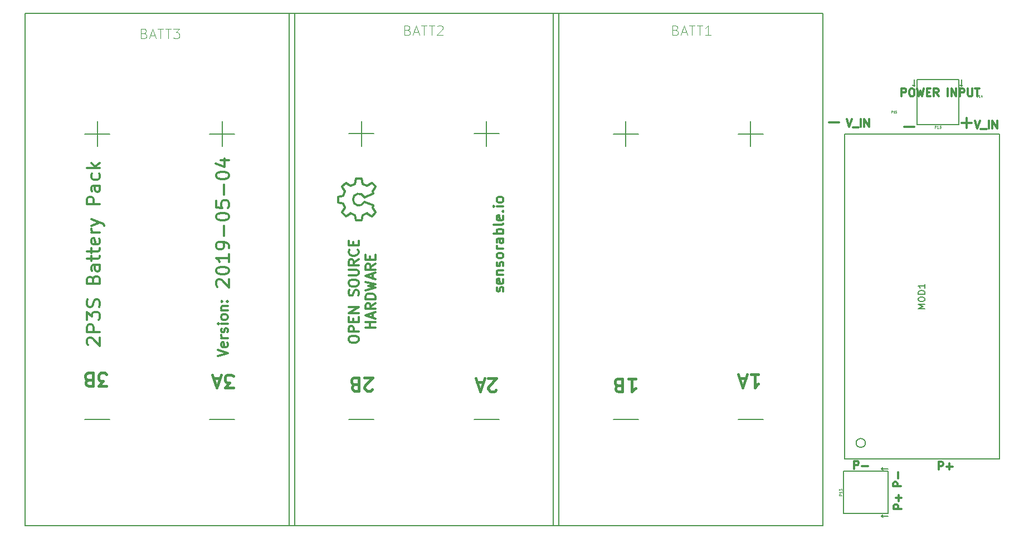
<source format=gto>
G04 #@! TF.GenerationSoftware,KiCad,Pcbnew,(5.0.2)-1*
G04 #@! TF.CreationDate,2019-05-03T13:20:24-04:00*
G04 #@! TF.ProjectId,2p3s-pwr-pack,32703373-2d70-4777-922d-7061636b2e6b,V1*
G04 #@! TF.SameCoordinates,Original*
G04 #@! TF.FileFunction,Legend,Top*
G04 #@! TF.FilePolarity,Positive*
%FSLAX46Y46*%
G04 Gerber Fmt 4.6, Leading zero omitted, Abs format (unit mm)*
G04 Created by KiCad (PCBNEW (5.0.2)-1) date 5/3/2019 1:20:24 PM*
%MOMM*%
%LPD*%
G01*
G04 APERTURE LIST*
%ADD10C,0.300000*%
%ADD11C,0.400000*%
%ADD12C,0.150000*%
%ADD13C,0.100000*%
%ADD14C,0.075000*%
G04 APERTURE END LIST*
D10*
X106679071Y-114339557D02*
X106679071Y-114053842D01*
X106750500Y-113910985D01*
X106893357Y-113768128D01*
X107179071Y-113696700D01*
X107679071Y-113696700D01*
X107964785Y-113768128D01*
X108107642Y-113910985D01*
X108179071Y-114053842D01*
X108179071Y-114339557D01*
X108107642Y-114482414D01*
X107964785Y-114625271D01*
X107679071Y-114696700D01*
X107179071Y-114696700D01*
X106893357Y-114625271D01*
X106750500Y-114482414D01*
X106679071Y-114339557D01*
X108179071Y-113053842D02*
X106679071Y-113053842D01*
X106679071Y-112482414D01*
X106750500Y-112339557D01*
X106821928Y-112268128D01*
X106964785Y-112196700D01*
X107179071Y-112196700D01*
X107321928Y-112268128D01*
X107393357Y-112339557D01*
X107464785Y-112482414D01*
X107464785Y-113053842D01*
X107393357Y-111553842D02*
X107393357Y-111053842D01*
X108179071Y-110839557D02*
X108179071Y-111553842D01*
X106679071Y-111553842D01*
X106679071Y-110839557D01*
X108179071Y-110196700D02*
X106679071Y-110196700D01*
X108179071Y-109339557D01*
X106679071Y-109339557D01*
X108107642Y-107553842D02*
X108179071Y-107339557D01*
X108179071Y-106982414D01*
X108107642Y-106839557D01*
X108036214Y-106768128D01*
X107893357Y-106696700D01*
X107750500Y-106696700D01*
X107607642Y-106768128D01*
X107536214Y-106839557D01*
X107464785Y-106982414D01*
X107393357Y-107268128D01*
X107321928Y-107410985D01*
X107250500Y-107482414D01*
X107107642Y-107553842D01*
X106964785Y-107553842D01*
X106821928Y-107482414D01*
X106750500Y-107410985D01*
X106679071Y-107268128D01*
X106679071Y-106910985D01*
X106750500Y-106696700D01*
X106679071Y-105768128D02*
X106679071Y-105482414D01*
X106750500Y-105339557D01*
X106893357Y-105196700D01*
X107179071Y-105125271D01*
X107679071Y-105125271D01*
X107964785Y-105196700D01*
X108107642Y-105339557D01*
X108179071Y-105482414D01*
X108179071Y-105768128D01*
X108107642Y-105910985D01*
X107964785Y-106053842D01*
X107679071Y-106125271D01*
X107179071Y-106125271D01*
X106893357Y-106053842D01*
X106750500Y-105910985D01*
X106679071Y-105768128D01*
X106679071Y-104482414D02*
X107893357Y-104482414D01*
X108036214Y-104410985D01*
X108107642Y-104339557D01*
X108179071Y-104196700D01*
X108179071Y-103910985D01*
X108107642Y-103768128D01*
X108036214Y-103696700D01*
X107893357Y-103625271D01*
X106679071Y-103625271D01*
X108179071Y-102053842D02*
X107464785Y-102553842D01*
X108179071Y-102910985D02*
X106679071Y-102910985D01*
X106679071Y-102339557D01*
X106750500Y-102196700D01*
X106821928Y-102125271D01*
X106964785Y-102053842D01*
X107179071Y-102053842D01*
X107321928Y-102125271D01*
X107393357Y-102196700D01*
X107464785Y-102339557D01*
X107464785Y-102910985D01*
X108036214Y-100553842D02*
X108107642Y-100625271D01*
X108179071Y-100839557D01*
X108179071Y-100982414D01*
X108107642Y-101196700D01*
X107964785Y-101339557D01*
X107821928Y-101410985D01*
X107536214Y-101482414D01*
X107321928Y-101482414D01*
X107036214Y-101410985D01*
X106893357Y-101339557D01*
X106750500Y-101196700D01*
X106679071Y-100982414D01*
X106679071Y-100839557D01*
X106750500Y-100625271D01*
X106821928Y-100553842D01*
X107393357Y-99910985D02*
X107393357Y-99410985D01*
X108179071Y-99196700D02*
X108179071Y-99910985D01*
X106679071Y-99910985D01*
X106679071Y-99196700D01*
X110729071Y-112446700D02*
X109229071Y-112446700D01*
X109943357Y-112446700D02*
X109943357Y-111589557D01*
X110729071Y-111589557D02*
X109229071Y-111589557D01*
X110300500Y-110946700D02*
X110300500Y-110232414D01*
X110729071Y-111089557D02*
X109229071Y-110589557D01*
X110729071Y-110089557D01*
X110729071Y-108732414D02*
X110014785Y-109232414D01*
X110729071Y-109589557D02*
X109229071Y-109589557D01*
X109229071Y-109018128D01*
X109300500Y-108875271D01*
X109371928Y-108803842D01*
X109514785Y-108732414D01*
X109729071Y-108732414D01*
X109871928Y-108803842D01*
X109943357Y-108875271D01*
X110014785Y-109018128D01*
X110014785Y-109589557D01*
X110729071Y-108089557D02*
X109229071Y-108089557D01*
X109229071Y-107732414D01*
X109300500Y-107518128D01*
X109443357Y-107375271D01*
X109586214Y-107303842D01*
X109871928Y-107232414D01*
X110086214Y-107232414D01*
X110371928Y-107303842D01*
X110514785Y-107375271D01*
X110657642Y-107518128D01*
X110729071Y-107732414D01*
X110729071Y-108089557D01*
X109229071Y-106732414D02*
X110729071Y-106375271D01*
X109657642Y-106089557D01*
X110729071Y-105803842D01*
X109229071Y-105446700D01*
X110300500Y-104946700D02*
X110300500Y-104232414D01*
X110729071Y-105089557D02*
X109229071Y-104589557D01*
X110729071Y-104089557D01*
X110729071Y-102732414D02*
X110014785Y-103232414D01*
X110729071Y-103589557D02*
X109229071Y-103589557D01*
X109229071Y-103018128D01*
X109300500Y-102875271D01*
X109371928Y-102803842D01*
X109514785Y-102732414D01*
X109729071Y-102732414D01*
X109871928Y-102803842D01*
X109943357Y-102875271D01*
X110014785Y-103018128D01*
X110014785Y-103589557D01*
X109943357Y-102089557D02*
X109943357Y-101589557D01*
X110729071Y-101375271D02*
X110729071Y-102089557D01*
X109229071Y-102089557D01*
X109229071Y-101375271D01*
X191135095Y-81829257D02*
X192658904Y-81829257D01*
X182365871Y-80648257D02*
X182765871Y-81848257D01*
X183165871Y-80648257D01*
X183280157Y-81962542D02*
X184194442Y-81962542D01*
X184480157Y-81848257D02*
X184480157Y-80648257D01*
X185051585Y-81848257D02*
X185051585Y-80648257D01*
X185737300Y-81848257D01*
X185737300Y-80648257D01*
X183473857Y-133930957D02*
X183473857Y-132730957D01*
X183931000Y-132730957D01*
X184045285Y-132788100D01*
X184102428Y-132845242D01*
X184159571Y-132959528D01*
X184159571Y-133130957D01*
X184102428Y-133245242D01*
X184045285Y-133302385D01*
X183931000Y-133359528D01*
X183473857Y-133359528D01*
X184673857Y-133473814D02*
X185588142Y-133473814D01*
D11*
X69896666Y-121328538D02*
X68658571Y-121328538D01*
X69325238Y-120566633D01*
X69039523Y-120566633D01*
X68849047Y-120471395D01*
X68753809Y-120376157D01*
X68658571Y-120185680D01*
X68658571Y-119709490D01*
X68753809Y-119519014D01*
X68849047Y-119423776D01*
X69039523Y-119328538D01*
X69610952Y-119328538D01*
X69801428Y-119423776D01*
X69896666Y-119519014D01*
X67134761Y-120376157D02*
X66849047Y-120280919D01*
X66753809Y-120185680D01*
X66658571Y-119995204D01*
X66658571Y-119709490D01*
X66753809Y-119519014D01*
X66849047Y-119423776D01*
X67039523Y-119328538D01*
X67801428Y-119328538D01*
X67801428Y-121328538D01*
X67134761Y-121328538D01*
X66944285Y-121233300D01*
X66849047Y-121138061D01*
X66753809Y-120947585D01*
X66753809Y-120757109D01*
X66849047Y-120566633D01*
X66944285Y-120471395D01*
X67134761Y-120376157D01*
X67801428Y-120376157D01*
X89134809Y-121595238D02*
X87896714Y-121595238D01*
X88563380Y-120833333D01*
X88277666Y-120833333D01*
X88087190Y-120738095D01*
X87991952Y-120642857D01*
X87896714Y-120452380D01*
X87896714Y-119976190D01*
X87991952Y-119785714D01*
X88087190Y-119690476D01*
X88277666Y-119595238D01*
X88849095Y-119595238D01*
X89039571Y-119690476D01*
X89134809Y-119785714D01*
X87134809Y-120166666D02*
X86182428Y-120166666D01*
X87325285Y-119595238D02*
X86658619Y-121595238D01*
X85991952Y-119595238D01*
X129038171Y-121948461D02*
X128942933Y-122043700D01*
X128752457Y-122138938D01*
X128276266Y-122138938D01*
X128085790Y-122043700D01*
X127990552Y-121948461D01*
X127895314Y-121757985D01*
X127895314Y-121567509D01*
X127990552Y-121281795D01*
X129133409Y-120138938D01*
X127895314Y-120138938D01*
X127133409Y-120710366D02*
X126181028Y-120710366D01*
X127323885Y-120138938D02*
X126657219Y-122138938D01*
X125990552Y-120138938D01*
X110245328Y-121859561D02*
X110150090Y-121954800D01*
X109959614Y-122050038D01*
X109483423Y-122050038D01*
X109292947Y-121954800D01*
X109197709Y-121859561D01*
X109102471Y-121669085D01*
X109102471Y-121478609D01*
X109197709Y-121192895D01*
X110340566Y-120050038D01*
X109102471Y-120050038D01*
X107578661Y-121097657D02*
X107292947Y-121002419D01*
X107197709Y-120907180D01*
X107102471Y-120716704D01*
X107102471Y-120430990D01*
X107197709Y-120240514D01*
X107292947Y-120145276D01*
X107483423Y-120050038D01*
X108245328Y-120050038D01*
X108245328Y-122050038D01*
X107578661Y-122050038D01*
X107388185Y-121954800D01*
X107292947Y-121859561D01*
X107197709Y-121669085D01*
X107197709Y-121478609D01*
X107292947Y-121288133D01*
X107388185Y-121192895D01*
X107578661Y-121097657D01*
X108245328Y-121097657D01*
X149158271Y-120202438D02*
X150301128Y-120202438D01*
X149729700Y-120202438D02*
X149729700Y-122202438D01*
X149920176Y-121916723D01*
X150110652Y-121726247D01*
X150301128Y-121631009D01*
X147634461Y-121250057D02*
X147348747Y-121154819D01*
X147253509Y-121059580D01*
X147158271Y-120869104D01*
X147158271Y-120583390D01*
X147253509Y-120392914D01*
X147348747Y-120297676D01*
X147539223Y-120202438D01*
X148301128Y-120202438D01*
X148301128Y-122202438D01*
X147634461Y-122202438D01*
X147443985Y-122107200D01*
X147348747Y-122011961D01*
X147253509Y-121821485D01*
X147253509Y-121631009D01*
X147348747Y-121440533D01*
X147443985Y-121345295D01*
X147634461Y-121250057D01*
X148301128Y-121250057D01*
X167811414Y-119567438D02*
X168954271Y-119567438D01*
X168382842Y-119567438D02*
X168382842Y-121567438D01*
X168573319Y-121281723D01*
X168763795Y-121091247D01*
X168954271Y-120996009D01*
X167049509Y-120138866D02*
X166097128Y-120138866D01*
X167239985Y-119567438D02*
X166573319Y-121567438D01*
X165906652Y-119567438D01*
D10*
X196342857Y-134042857D02*
X196342857Y-132842857D01*
X196800000Y-132842857D01*
X196914285Y-132900000D01*
X196971428Y-132957142D01*
X197028571Y-133071428D01*
X197028571Y-133242857D01*
X196971428Y-133357142D01*
X196914285Y-133414285D01*
X196800000Y-133471428D01*
X196342857Y-133471428D01*
X197542857Y-133585714D02*
X198457142Y-133585714D01*
X198000000Y-134042857D02*
X198000000Y-133128571D01*
X190636457Y-136591542D02*
X189436457Y-136591542D01*
X189436457Y-136134400D01*
X189493600Y-136020114D01*
X189550742Y-135962971D01*
X189665028Y-135905828D01*
X189836457Y-135905828D01*
X189950742Y-135962971D01*
X190007885Y-136020114D01*
X190065028Y-136134400D01*
X190065028Y-136591542D01*
X190179314Y-135391542D02*
X190179314Y-134477257D01*
X190712657Y-140020542D02*
X189512657Y-140020542D01*
X189512657Y-139563400D01*
X189569800Y-139449114D01*
X189626942Y-139391971D01*
X189741228Y-139334828D01*
X189912657Y-139334828D01*
X190026942Y-139391971D01*
X190084085Y-139449114D01*
X190141228Y-139563400D01*
X190141228Y-140020542D01*
X190255514Y-138820542D02*
X190255514Y-137906257D01*
X190712657Y-138363400D02*
X189798371Y-138363400D01*
X201834971Y-80902257D02*
X202234971Y-82102257D01*
X202634971Y-80902257D01*
X202749257Y-82216542D02*
X203663542Y-82216542D01*
X203949257Y-82102257D02*
X203949257Y-80902257D01*
X204520685Y-82102257D02*
X204520685Y-80902257D01*
X205206400Y-82102257D01*
X205206400Y-80902257D01*
X179705095Y-81194257D02*
X181228904Y-81194257D01*
X199847295Y-81245057D02*
X201371104Y-81245057D01*
X200609200Y-82006961D02*
X200609200Y-80483152D01*
X190716628Y-77225457D02*
X190716628Y-76025457D01*
X191173771Y-76025457D01*
X191288057Y-76082600D01*
X191345200Y-76139742D01*
X191402342Y-76254028D01*
X191402342Y-76425457D01*
X191345200Y-76539742D01*
X191288057Y-76596885D01*
X191173771Y-76654028D01*
X190716628Y-76654028D01*
X192145200Y-76025457D02*
X192373771Y-76025457D01*
X192488057Y-76082600D01*
X192602342Y-76196885D01*
X192659485Y-76425457D01*
X192659485Y-76825457D01*
X192602342Y-77054028D01*
X192488057Y-77168314D01*
X192373771Y-77225457D01*
X192145200Y-77225457D01*
X192030914Y-77168314D01*
X191916628Y-77054028D01*
X191859485Y-76825457D01*
X191859485Y-76425457D01*
X191916628Y-76196885D01*
X192030914Y-76082600D01*
X192145200Y-76025457D01*
X193059485Y-76025457D02*
X193345200Y-77225457D01*
X193573771Y-76368314D01*
X193802342Y-77225457D01*
X194088057Y-76025457D01*
X194545200Y-76596885D02*
X194945200Y-76596885D01*
X195116628Y-77225457D02*
X194545200Y-77225457D01*
X194545200Y-76025457D01*
X195116628Y-76025457D01*
X196316628Y-77225457D02*
X195916628Y-76654028D01*
X195630914Y-77225457D02*
X195630914Y-76025457D01*
X196088057Y-76025457D01*
X196202342Y-76082600D01*
X196259485Y-76139742D01*
X196316628Y-76254028D01*
X196316628Y-76425457D01*
X196259485Y-76539742D01*
X196202342Y-76596885D01*
X196088057Y-76654028D01*
X195630914Y-76654028D01*
X197745200Y-77225457D02*
X197745200Y-76025457D01*
X198316628Y-77225457D02*
X198316628Y-76025457D01*
X199002342Y-77225457D01*
X199002342Y-76025457D01*
X199573771Y-77225457D02*
X199573771Y-76025457D01*
X200030914Y-76025457D01*
X200145200Y-76082600D01*
X200202342Y-76139742D01*
X200259485Y-76254028D01*
X200259485Y-76425457D01*
X200202342Y-76539742D01*
X200145200Y-76596885D01*
X200030914Y-76654028D01*
X199573771Y-76654028D01*
X200773771Y-76025457D02*
X200773771Y-76996885D01*
X200830914Y-77111171D01*
X200888057Y-77168314D01*
X201002342Y-77225457D01*
X201230914Y-77225457D01*
X201345200Y-77168314D01*
X201402342Y-77111171D01*
X201459485Y-76996885D01*
X201459485Y-76025457D01*
X201859485Y-76025457D02*
X202545200Y-76025457D01*
X202202342Y-77225457D02*
X202202342Y-76025457D01*
X86706238Y-106214285D02*
X86611000Y-106119047D01*
X86515761Y-105928571D01*
X86515761Y-105452380D01*
X86611000Y-105261904D01*
X86706238Y-105166666D01*
X86896714Y-105071428D01*
X87087190Y-105071428D01*
X87372904Y-105166666D01*
X88515761Y-106309523D01*
X88515761Y-105071428D01*
X86515761Y-103833333D02*
X86515761Y-103642857D01*
X86611000Y-103452380D01*
X86706238Y-103357142D01*
X86896714Y-103261904D01*
X87277666Y-103166666D01*
X87753857Y-103166666D01*
X88134809Y-103261904D01*
X88325285Y-103357142D01*
X88420523Y-103452380D01*
X88515761Y-103642857D01*
X88515761Y-103833333D01*
X88420523Y-104023809D01*
X88325285Y-104119047D01*
X88134809Y-104214285D01*
X87753857Y-104309523D01*
X87277666Y-104309523D01*
X86896714Y-104214285D01*
X86706238Y-104119047D01*
X86611000Y-104023809D01*
X86515761Y-103833333D01*
X88515761Y-101261904D02*
X88515761Y-102404761D01*
X88515761Y-101833333D02*
X86515761Y-101833333D01*
X86801476Y-102023809D01*
X86991952Y-102214285D01*
X87087190Y-102404761D01*
X88515761Y-100309523D02*
X88515761Y-99928571D01*
X88420523Y-99738095D01*
X88325285Y-99642857D01*
X88039571Y-99452380D01*
X87658619Y-99357142D01*
X86896714Y-99357142D01*
X86706238Y-99452380D01*
X86611000Y-99547619D01*
X86515761Y-99738095D01*
X86515761Y-100119047D01*
X86611000Y-100309523D01*
X86706238Y-100404761D01*
X86896714Y-100500000D01*
X87372904Y-100500000D01*
X87563380Y-100404761D01*
X87658619Y-100309523D01*
X87753857Y-100119047D01*
X87753857Y-99738095D01*
X87658619Y-99547619D01*
X87563380Y-99452380D01*
X87372904Y-99357142D01*
X87753857Y-98500000D02*
X87753857Y-96976190D01*
X86515761Y-95642857D02*
X86515761Y-95452380D01*
X86611000Y-95261904D01*
X86706238Y-95166666D01*
X86896714Y-95071428D01*
X87277666Y-94976190D01*
X87753857Y-94976190D01*
X88134809Y-95071428D01*
X88325285Y-95166666D01*
X88420523Y-95261904D01*
X88515761Y-95452380D01*
X88515761Y-95642857D01*
X88420523Y-95833333D01*
X88325285Y-95928571D01*
X88134809Y-96023809D01*
X87753857Y-96119047D01*
X87277666Y-96119047D01*
X86896714Y-96023809D01*
X86706238Y-95928571D01*
X86611000Y-95833333D01*
X86515761Y-95642857D01*
X86515761Y-93166666D02*
X86515761Y-94119047D01*
X87468142Y-94214285D01*
X87372904Y-94119047D01*
X87277666Y-93928571D01*
X87277666Y-93452380D01*
X87372904Y-93261904D01*
X87468142Y-93166666D01*
X87658619Y-93071428D01*
X88134809Y-93071428D01*
X88325285Y-93166666D01*
X88420523Y-93261904D01*
X88515761Y-93452380D01*
X88515761Y-93928571D01*
X88420523Y-94119047D01*
X88325285Y-94214285D01*
X87753857Y-92214285D02*
X87753857Y-90690476D01*
X86515761Y-89357142D02*
X86515761Y-89166666D01*
X86611000Y-88976190D01*
X86706238Y-88880952D01*
X86896714Y-88785714D01*
X87277666Y-88690476D01*
X87753857Y-88690476D01*
X88134809Y-88785714D01*
X88325285Y-88880952D01*
X88420523Y-88976190D01*
X88515761Y-89166666D01*
X88515761Y-89357142D01*
X88420523Y-89547619D01*
X88325285Y-89642857D01*
X88134809Y-89738095D01*
X87753857Y-89833333D01*
X87277666Y-89833333D01*
X86896714Y-89738095D01*
X86706238Y-89642857D01*
X86611000Y-89547619D01*
X86515761Y-89357142D01*
X87182428Y-86976190D02*
X88515761Y-86976190D01*
X86420523Y-87452380D02*
X87849095Y-87928571D01*
X87849095Y-86690476D01*
X130107142Y-106928571D02*
X130178571Y-106785714D01*
X130178571Y-106500000D01*
X130107142Y-106357142D01*
X129964285Y-106285714D01*
X129892857Y-106285714D01*
X129750000Y-106357142D01*
X129678571Y-106500000D01*
X129678571Y-106714285D01*
X129607142Y-106857142D01*
X129464285Y-106928571D01*
X129392857Y-106928571D01*
X129250000Y-106857142D01*
X129178571Y-106714285D01*
X129178571Y-106500000D01*
X129250000Y-106357142D01*
X130107142Y-105071428D02*
X130178571Y-105214285D01*
X130178571Y-105500000D01*
X130107142Y-105642857D01*
X129964285Y-105714285D01*
X129392857Y-105714285D01*
X129250000Y-105642857D01*
X129178571Y-105500000D01*
X129178571Y-105214285D01*
X129250000Y-105071428D01*
X129392857Y-105000000D01*
X129535714Y-105000000D01*
X129678571Y-105714285D01*
X129178571Y-104357142D02*
X130178571Y-104357142D01*
X129321428Y-104357142D02*
X129250000Y-104285714D01*
X129178571Y-104142857D01*
X129178571Y-103928571D01*
X129250000Y-103785714D01*
X129392857Y-103714285D01*
X130178571Y-103714285D01*
X130107142Y-103071428D02*
X130178571Y-102928571D01*
X130178571Y-102642857D01*
X130107142Y-102500000D01*
X129964285Y-102428571D01*
X129892857Y-102428571D01*
X129750000Y-102500000D01*
X129678571Y-102642857D01*
X129678571Y-102857142D01*
X129607142Y-103000000D01*
X129464285Y-103071428D01*
X129392857Y-103071428D01*
X129250000Y-103000000D01*
X129178571Y-102857142D01*
X129178571Y-102642857D01*
X129250000Y-102500000D01*
X130178571Y-101571428D02*
X130107142Y-101714285D01*
X130035714Y-101785714D01*
X129892857Y-101857142D01*
X129464285Y-101857142D01*
X129321428Y-101785714D01*
X129250000Y-101714285D01*
X129178571Y-101571428D01*
X129178571Y-101357142D01*
X129250000Y-101214285D01*
X129321428Y-101142857D01*
X129464285Y-101071428D01*
X129892857Y-101071428D01*
X130035714Y-101142857D01*
X130107142Y-101214285D01*
X130178571Y-101357142D01*
X130178571Y-101571428D01*
X130178571Y-100428571D02*
X129178571Y-100428571D01*
X129464285Y-100428571D02*
X129321428Y-100357142D01*
X129250000Y-100285714D01*
X129178571Y-100142857D01*
X129178571Y-100000000D01*
X130178571Y-98857142D02*
X129392857Y-98857142D01*
X129250000Y-98928571D01*
X129178571Y-99071428D01*
X129178571Y-99357142D01*
X129250000Y-99500000D01*
X130107142Y-98857142D02*
X130178571Y-99000000D01*
X130178571Y-99357142D01*
X130107142Y-99500000D01*
X129964285Y-99571428D01*
X129821428Y-99571428D01*
X129678571Y-99500000D01*
X129607142Y-99357142D01*
X129607142Y-99000000D01*
X129535714Y-98857142D01*
X130178571Y-98142857D02*
X128678571Y-98142857D01*
X129250000Y-98142857D02*
X129178571Y-98000000D01*
X129178571Y-97714285D01*
X129250000Y-97571428D01*
X129321428Y-97500000D01*
X129464285Y-97428571D01*
X129892857Y-97428571D01*
X130035714Y-97500000D01*
X130107142Y-97571428D01*
X130178571Y-97714285D01*
X130178571Y-98000000D01*
X130107142Y-98142857D01*
X130178571Y-96571428D02*
X130107142Y-96714285D01*
X129964285Y-96785714D01*
X128678571Y-96785714D01*
X130107142Y-95428571D02*
X130178571Y-95571428D01*
X130178571Y-95857142D01*
X130107142Y-96000000D01*
X129964285Y-96071428D01*
X129392857Y-96071428D01*
X129250000Y-96000000D01*
X129178571Y-95857142D01*
X129178571Y-95571428D01*
X129250000Y-95428571D01*
X129392857Y-95357142D01*
X129535714Y-95357142D01*
X129678571Y-96071428D01*
X130035714Y-94714285D02*
X130107142Y-94642857D01*
X130178571Y-94714285D01*
X130107142Y-94785714D01*
X130035714Y-94714285D01*
X130178571Y-94714285D01*
X130178571Y-94000000D02*
X129178571Y-94000000D01*
X128678571Y-94000000D02*
X128750000Y-94071428D01*
X128821428Y-94000000D01*
X128750000Y-93928571D01*
X128678571Y-94000000D01*
X128821428Y-94000000D01*
X130178571Y-93071428D02*
X130107142Y-93214285D01*
X130035714Y-93285714D01*
X129892857Y-93357142D01*
X129464285Y-93357142D01*
X129321428Y-93285714D01*
X129250000Y-93214285D01*
X129178571Y-93071428D01*
X129178571Y-92857142D01*
X129250000Y-92714285D01*
X129321428Y-92642857D01*
X129464285Y-92571428D01*
X129892857Y-92571428D01*
X130035714Y-92642857D01*
X130107142Y-92714285D01*
X130178571Y-92857142D01*
X130178571Y-93071428D01*
X110761115Y-90958381D02*
G75*
G02X110766100Y-91010535I-29096J-29096D01*
G01*
X110766100Y-91010535D02*
X110329819Y-91655397D01*
X110424878Y-92041262D02*
X109102746Y-92581094D01*
X110325884Y-91694201D02*
G75*
G02X110329819Y-91655397I38016J15747D01*
G01*
X110210150Y-90407416D02*
X110761115Y-90958381D01*
X109513134Y-90838712D02*
X110157996Y-90402431D01*
X109102747Y-92581095D02*
G75*
G02X109049813Y-92560204I-15555J38096D01*
G01*
X108621436Y-89749348D02*
G75*
G02X108661838Y-89782702I-1J-41148D01*
G01*
X110447340Y-91987421D02*
G75*
G02X110424878Y-92041262I-38016J-15746D01*
G01*
X108661838Y-89782702D02*
X108809327Y-90547185D01*
X109513134Y-90838712D02*
G75*
G02X109474330Y-90842647I-23057J34081D01*
G01*
X110325884Y-91694201D02*
X110447340Y-91987421D01*
X108833983Y-90577406D02*
G75*
G02X108809327Y-90547185I15747J38015D01*
G01*
X108833983Y-90577406D02*
X109474330Y-90842647D01*
X110157996Y-90402430D02*
G75*
G02X110210150Y-90407416I23057J-34082D01*
G01*
X106137803Y-94179175D02*
G75*
G02X106133867Y-94217979I-38016J-15746D01*
G01*
X107654360Y-90547185D02*
X107801849Y-89782702D01*
X106950552Y-95034663D02*
X106305690Y-95470945D01*
X108809327Y-95326190D02*
G75*
G02X108833983Y-95295969I40403J-7795D01*
G01*
X106950553Y-95034664D02*
G75*
G02X106989356Y-95030729I23057J-34080D01*
G01*
X107801849Y-96090674D02*
X107654360Y-95326190D01*
X105872562Y-92334547D02*
G75*
G02X105842341Y-92359204I-38016J15746D01*
G01*
X107654359Y-90547185D02*
G75*
G02X107629704Y-90577406I-40402J7794D01*
G01*
X106989356Y-90842647D02*
X107629704Y-90577406D01*
X106989356Y-90842647D02*
G75*
G02X106950552Y-90838712I-15746J38016D01*
G01*
X106133867Y-91655397D02*
X105697586Y-91010535D01*
X105077857Y-93366682D02*
G75*
G02X105044504Y-93326279I7795J40403D01*
G01*
X108809327Y-95326190D02*
X108661838Y-96090674D01*
X110447340Y-93885955D02*
X110325884Y-94179174D01*
X110766100Y-94862841D02*
G75*
G02X110761115Y-94914994I-34081J-23057D01*
G01*
X106305690Y-90402431D02*
X106950552Y-90838712D01*
X105702571Y-90958381D02*
X106253537Y-90407416D01*
X105697586Y-91010534D02*
G75*
G02X105702571Y-90958381I34081J23057D01*
G01*
X105077857Y-92506693D02*
X105842341Y-92359204D01*
X106133867Y-91655398D02*
G75*
G02X106137802Y-91694201I-34080J-23056D01*
G01*
X105872562Y-92334548D02*
X106137802Y-91694201D01*
X105044504Y-92547096D02*
G75*
G02X105077857Y-92506693I41148J0D01*
G01*
X108661838Y-96090674D02*
G75*
G02X108621435Y-96124027I-40403J7795D01*
G01*
X110157996Y-95470945D02*
X109513134Y-95034663D01*
X105044504Y-93326279D02*
X105044504Y-92547096D01*
X106305690Y-95470945D02*
G75*
G02X106253537Y-95465960I-23057J34081D01*
G01*
X105842341Y-93514171D02*
X105077857Y-93366682D01*
X105842341Y-93514171D02*
G75*
G02X105872562Y-93538827I-7795J-40403D01*
G01*
X109102746Y-93292281D02*
X110424878Y-93832113D01*
X105702571Y-94914994D02*
G75*
G02X105697586Y-94862840I29096J29096D01*
G01*
X110329819Y-94217978D02*
G75*
G02X110325884Y-94179174I34081J23057D01*
G01*
X109474330Y-95030728D02*
G75*
G02X109513134Y-95034663I15747J-38016D01*
G01*
X105697586Y-94862840D02*
X106133867Y-94217979D01*
X106253537Y-95465960D02*
X105702571Y-94914994D01*
X107629704Y-95295969D02*
X106989356Y-95030729D01*
X107629703Y-95295969D02*
G75*
G02X107654360Y-95326190I-15746J-38016D01*
G01*
X107842252Y-96124027D02*
G75*
G02X107801849Y-96090674I0J41148D01*
G01*
X108621435Y-96124027D02*
X107842252Y-96124027D01*
X110761115Y-94914994D02*
X110210150Y-95465960D01*
X109049813Y-93313172D02*
G75*
G02X109102746Y-93292281I37379J-17204D01*
G01*
X110210149Y-95465960D02*
G75*
G02X110157996Y-95470945I-29096J29096D01*
G01*
X109474330Y-95030729D02*
X108833983Y-95295969D01*
X110329819Y-94217979D02*
X110766100Y-94862840D01*
X110424879Y-93832113D02*
G75*
G02X110447340Y-93885955I-15555J-38095D01*
G01*
X106253537Y-90407416D02*
G75*
G02X106305690Y-90402431I29096J-29096D01*
G01*
X106137802Y-94179174D02*
X105872562Y-93538827D01*
X107842252Y-89749348D02*
X108621435Y-89749348D01*
X107801849Y-89782701D02*
G75*
G02X107842252Y-89749348I40403J-7795D01*
G01*
X109049813Y-93313172D02*
G75*
G02X109049813Y-92560204I-817970J376484D01*
G01*
X86789571Y-116785714D02*
X88289571Y-116285714D01*
X86789571Y-115785714D01*
X88218142Y-114714285D02*
X88289571Y-114857142D01*
X88289571Y-115142857D01*
X88218142Y-115285714D01*
X88075285Y-115357142D01*
X87503857Y-115357142D01*
X87361000Y-115285714D01*
X87289571Y-115142857D01*
X87289571Y-114857142D01*
X87361000Y-114714285D01*
X87503857Y-114642857D01*
X87646714Y-114642857D01*
X87789571Y-115357142D01*
X88289571Y-114000000D02*
X87289571Y-114000000D01*
X87575285Y-114000000D02*
X87432428Y-113928571D01*
X87361000Y-113857142D01*
X87289571Y-113714285D01*
X87289571Y-113571428D01*
X88218142Y-113142857D02*
X88289571Y-113000000D01*
X88289571Y-112714285D01*
X88218142Y-112571428D01*
X88075285Y-112500000D01*
X88003857Y-112500000D01*
X87861000Y-112571428D01*
X87789571Y-112714285D01*
X87789571Y-112928571D01*
X87718142Y-113071428D01*
X87575285Y-113142857D01*
X87503857Y-113142857D01*
X87361000Y-113071428D01*
X87289571Y-112928571D01*
X87289571Y-112714285D01*
X87361000Y-112571428D01*
X88289571Y-111857142D02*
X87289571Y-111857142D01*
X86789571Y-111857142D02*
X86861000Y-111928571D01*
X86932428Y-111857142D01*
X86861000Y-111785714D01*
X86789571Y-111857142D01*
X86932428Y-111857142D01*
X88289571Y-110928571D02*
X88218142Y-111071428D01*
X88146714Y-111142857D01*
X88003857Y-111214285D01*
X87575285Y-111214285D01*
X87432428Y-111142857D01*
X87361000Y-111071428D01*
X87289571Y-110928571D01*
X87289571Y-110714285D01*
X87361000Y-110571428D01*
X87432428Y-110500000D01*
X87575285Y-110428571D01*
X88003857Y-110428571D01*
X88146714Y-110500000D01*
X88218142Y-110571428D01*
X88289571Y-110714285D01*
X88289571Y-110928571D01*
X87289571Y-109785714D02*
X88289571Y-109785714D01*
X87432428Y-109785714D02*
X87361000Y-109714285D01*
X87289571Y-109571428D01*
X87289571Y-109357142D01*
X87361000Y-109214285D01*
X87503857Y-109142857D01*
X88289571Y-109142857D01*
X88146714Y-108428571D02*
X88218142Y-108357142D01*
X88289571Y-108428571D01*
X88218142Y-108500000D01*
X88146714Y-108428571D01*
X88289571Y-108428571D01*
X87361000Y-108428571D02*
X87432428Y-108357142D01*
X87503857Y-108428571D01*
X87432428Y-108500000D01*
X87361000Y-108428571D01*
X87503857Y-108428571D01*
X67075238Y-115090442D02*
X66980000Y-114995204D01*
X66884761Y-114804728D01*
X66884761Y-114328538D01*
X66980000Y-114138061D01*
X67075238Y-114042823D01*
X67265714Y-113947585D01*
X67456190Y-113947585D01*
X67741904Y-114042823D01*
X68884761Y-115185680D01*
X68884761Y-113947585D01*
X68884761Y-113090442D02*
X66884761Y-113090442D01*
X66884761Y-112328538D01*
X66980000Y-112138061D01*
X67075238Y-112042823D01*
X67265714Y-111947585D01*
X67551428Y-111947585D01*
X67741904Y-112042823D01*
X67837142Y-112138061D01*
X67932380Y-112328538D01*
X67932380Y-113090442D01*
X66884761Y-111280919D02*
X66884761Y-110042823D01*
X67646666Y-110709490D01*
X67646666Y-110423776D01*
X67741904Y-110233300D01*
X67837142Y-110138061D01*
X68027619Y-110042823D01*
X68503809Y-110042823D01*
X68694285Y-110138061D01*
X68789523Y-110233300D01*
X68884761Y-110423776D01*
X68884761Y-110995204D01*
X68789523Y-111185680D01*
X68694285Y-111280919D01*
X68789523Y-109280919D02*
X68884761Y-108995204D01*
X68884761Y-108519014D01*
X68789523Y-108328538D01*
X68694285Y-108233300D01*
X68503809Y-108138061D01*
X68313333Y-108138061D01*
X68122857Y-108233300D01*
X68027619Y-108328538D01*
X67932380Y-108519014D01*
X67837142Y-108899966D01*
X67741904Y-109090442D01*
X67646666Y-109185680D01*
X67456190Y-109280919D01*
X67265714Y-109280919D01*
X67075238Y-109185680D01*
X66980000Y-109090442D01*
X66884761Y-108899966D01*
X66884761Y-108423776D01*
X66980000Y-108138061D01*
X67837142Y-105090442D02*
X67932380Y-104804728D01*
X68027619Y-104709490D01*
X68218095Y-104614252D01*
X68503809Y-104614252D01*
X68694285Y-104709490D01*
X68789523Y-104804728D01*
X68884761Y-104995204D01*
X68884761Y-105757109D01*
X66884761Y-105757109D01*
X66884761Y-105090442D01*
X66980000Y-104899966D01*
X67075238Y-104804728D01*
X67265714Y-104709490D01*
X67456190Y-104709490D01*
X67646666Y-104804728D01*
X67741904Y-104899966D01*
X67837142Y-105090442D01*
X67837142Y-105757109D01*
X68884761Y-102899966D02*
X67837142Y-102899966D01*
X67646666Y-102995204D01*
X67551428Y-103185680D01*
X67551428Y-103566633D01*
X67646666Y-103757109D01*
X68789523Y-102899966D02*
X68884761Y-103090442D01*
X68884761Y-103566633D01*
X68789523Y-103757109D01*
X68599047Y-103852347D01*
X68408571Y-103852347D01*
X68218095Y-103757109D01*
X68122857Y-103566633D01*
X68122857Y-103090442D01*
X68027619Y-102899966D01*
X67551428Y-102233300D02*
X67551428Y-101471395D01*
X66884761Y-101947585D02*
X68599047Y-101947585D01*
X68789523Y-101852347D01*
X68884761Y-101661871D01*
X68884761Y-101471395D01*
X67551428Y-101090442D02*
X67551428Y-100328538D01*
X66884761Y-100804728D02*
X68599047Y-100804728D01*
X68789523Y-100709490D01*
X68884761Y-100519014D01*
X68884761Y-100328538D01*
X68789523Y-98899966D02*
X68884761Y-99090442D01*
X68884761Y-99471395D01*
X68789523Y-99661871D01*
X68599047Y-99757109D01*
X67837142Y-99757109D01*
X67646666Y-99661871D01*
X67551428Y-99471395D01*
X67551428Y-99090442D01*
X67646666Y-98899966D01*
X67837142Y-98804728D01*
X68027619Y-98804728D01*
X68218095Y-99757109D01*
X68884761Y-97947585D02*
X67551428Y-97947585D01*
X67932380Y-97947585D02*
X67741904Y-97852347D01*
X67646666Y-97757109D01*
X67551428Y-97566633D01*
X67551428Y-97376157D01*
X67551428Y-96899966D02*
X68884761Y-96423776D01*
X67551428Y-95947585D02*
X68884761Y-96423776D01*
X69360952Y-96614252D01*
X69456190Y-96709490D01*
X69551428Y-96899966D01*
X68884761Y-93661871D02*
X66884761Y-93661871D01*
X66884761Y-92899966D01*
X66980000Y-92709490D01*
X67075238Y-92614252D01*
X67265714Y-92519014D01*
X67551428Y-92519014D01*
X67741904Y-92614252D01*
X67837142Y-92709490D01*
X67932380Y-92899966D01*
X67932380Y-93661871D01*
X68884761Y-90804728D02*
X67837142Y-90804728D01*
X67646666Y-90899966D01*
X67551428Y-91090442D01*
X67551428Y-91471395D01*
X67646666Y-91661871D01*
X68789523Y-90804728D02*
X68884761Y-90995204D01*
X68884761Y-91471395D01*
X68789523Y-91661871D01*
X68599047Y-91757109D01*
X68408571Y-91757109D01*
X68218095Y-91661871D01*
X68122857Y-91471395D01*
X68122857Y-90995204D01*
X68027619Y-90804728D01*
X68789523Y-88995204D02*
X68884761Y-89185680D01*
X68884761Y-89566633D01*
X68789523Y-89757109D01*
X68694285Y-89852347D01*
X68503809Y-89947585D01*
X67932380Y-89947585D01*
X67741904Y-89852347D01*
X67646666Y-89757109D01*
X67551428Y-89566633D01*
X67551428Y-89185680D01*
X67646666Y-88995204D01*
X68884761Y-88138061D02*
X66884761Y-88138061D01*
X68122857Y-87947585D02*
X68884761Y-87376157D01*
X67551428Y-87376157D02*
X68313333Y-88138061D01*
D12*
G04 #@! TO.C,MOD1*
X185202101Y-129988500D02*
G75*
G03X185202101Y-129988500I-698962J0D01*
G01*
X182050000Y-82950000D02*
X182050000Y-132450000D01*
X205550000Y-82950000D02*
X182050000Y-82950000D01*
X205550000Y-82950000D02*
X205550000Y-132450000D01*
X205550000Y-132450000D02*
X182050000Y-132450000D01*
G04 #@! TO.C,BATT1*
X137775001Y-64575001D02*
X137775001Y-142575001D01*
X178775001Y-64575001D02*
X137775001Y-64575001D01*
X178775001Y-142575001D02*
X178775001Y-64575001D01*
X137775001Y-142575001D02*
X178775001Y-142575001D01*
G04 #@! TO.C,BATT3*
X57475001Y-142575001D02*
X98475001Y-142575001D01*
X98475001Y-142575001D02*
X98475001Y-64575001D01*
X98475001Y-64575001D02*
X57475001Y-64575001D01*
X57475001Y-64575001D02*
X57475001Y-142575001D01*
G04 #@! TO.C,BATT2*
X97616600Y-64555800D02*
X97616600Y-142555800D01*
X138616600Y-64555800D02*
X97616600Y-64555800D01*
X138616600Y-142555800D02*
X138616600Y-64555800D01*
X97616600Y-142555800D02*
X138616600Y-142555800D01*
G04 #@! TO.C,P13*
X188650000Y-141100000D02*
X187650000Y-141100000D01*
X187650000Y-141100000D02*
X187850000Y-140900000D01*
X187650000Y-141100000D02*
X187850000Y-141300000D01*
X187650000Y-133900000D02*
X187850000Y-133700000D01*
X187650000Y-133900000D02*
X187850000Y-134100000D01*
X188650000Y-133900000D02*
X187650000Y-133900000D01*
X188650000Y-134300000D02*
X188650000Y-140700000D01*
X181850000Y-134300000D02*
X188650000Y-134300000D01*
X181850000Y-140700000D02*
X181850000Y-134300000D01*
X188650000Y-140700000D02*
X181850000Y-140700000D01*
G04 #@! TO.C,P16*
X199415000Y-74705000D02*
X199415000Y-81505000D01*
X199415000Y-81505000D02*
X193015000Y-81505000D01*
X193015000Y-81505000D02*
X193015000Y-74705000D01*
X193015000Y-74705000D02*
X199415000Y-74705000D01*
X192615000Y-74705000D02*
X192615000Y-75705000D01*
X192615000Y-75705000D02*
X192815000Y-75505000D01*
X192615000Y-75705000D02*
X192415000Y-75505000D01*
X199815000Y-75705000D02*
X200015000Y-75505000D01*
X199815000Y-75705000D02*
X199615000Y-75505000D01*
X199815000Y-74705000D02*
X199815000Y-75705000D01*
G04 #@! TO.C,MOD1*
X194252380Y-109533333D02*
X193252380Y-109533333D01*
X193966666Y-109200000D01*
X193252380Y-108866666D01*
X194252380Y-108866666D01*
X193252380Y-108200000D02*
X193252380Y-108009523D01*
X193300000Y-107914285D01*
X193395238Y-107819047D01*
X193585714Y-107771428D01*
X193919047Y-107771428D01*
X194109523Y-107819047D01*
X194204761Y-107914285D01*
X194252380Y-108009523D01*
X194252380Y-108200000D01*
X194204761Y-108295238D01*
X194109523Y-108390476D01*
X193919047Y-108438095D01*
X193585714Y-108438095D01*
X193395238Y-108390476D01*
X193300000Y-108295238D01*
X193252380Y-108200000D01*
X194252380Y-107342857D02*
X193252380Y-107342857D01*
X193252380Y-107104761D01*
X193300000Y-106961904D01*
X193395238Y-106866666D01*
X193490476Y-106819047D01*
X193680952Y-106771428D01*
X193823809Y-106771428D01*
X194014285Y-106819047D01*
X194109523Y-106866666D01*
X194204761Y-106961904D01*
X194252380Y-107104761D01*
X194252380Y-107342857D01*
X194252380Y-105819047D02*
X194252380Y-106390476D01*
X194252380Y-106104761D02*
X193252380Y-106104761D01*
X193395238Y-106200000D01*
X193490476Y-106295238D01*
X193538095Y-106390476D01*
G04 #@! TO.C,BATT1*
D13*
X156357142Y-67142857D02*
X156571428Y-67214285D01*
X156642857Y-67285714D01*
X156714285Y-67428571D01*
X156714285Y-67642857D01*
X156642857Y-67785714D01*
X156571428Y-67857142D01*
X156428571Y-67928571D01*
X155857142Y-67928571D01*
X155857142Y-66428571D01*
X156357142Y-66428571D01*
X156500000Y-66500000D01*
X156571428Y-66571428D01*
X156642857Y-66714285D01*
X156642857Y-66857142D01*
X156571428Y-67000000D01*
X156500000Y-67071428D01*
X156357142Y-67142857D01*
X155857142Y-67142857D01*
X157285714Y-67500000D02*
X158000000Y-67500000D01*
X157142857Y-67928571D02*
X157642857Y-66428571D01*
X158142857Y-67928571D01*
X158428571Y-66428571D02*
X159285714Y-66428571D01*
X158857142Y-67928571D02*
X158857142Y-66428571D01*
X159571428Y-66428571D02*
X160428571Y-66428571D01*
X160000000Y-67928571D02*
X160000000Y-66428571D01*
X161714285Y-67928571D02*
X160857142Y-67928571D01*
X161285714Y-67928571D02*
X161285714Y-66428571D01*
X161142857Y-66642857D01*
X161000000Y-66785714D01*
X160857142Y-66857142D01*
D12*
X146870239Y-126432143D02*
X150679762Y-126432143D01*
X165870239Y-126432143D02*
X169679762Y-126432143D01*
X165870239Y-82932143D02*
X169679762Y-82932143D01*
X167775001Y-84836905D02*
X167775001Y-81027381D01*
X146870239Y-82932143D02*
X150679762Y-82932143D01*
X148775001Y-84836905D02*
X148775001Y-81027381D01*
G04 #@! TO.C,BATT3*
D13*
X75607142Y-67642857D02*
X75821428Y-67714285D01*
X75892857Y-67785714D01*
X75964285Y-67928571D01*
X75964285Y-68142857D01*
X75892857Y-68285714D01*
X75821428Y-68357142D01*
X75678571Y-68428571D01*
X75107142Y-68428571D01*
X75107142Y-66928571D01*
X75607142Y-66928571D01*
X75750000Y-67000000D01*
X75821428Y-67071428D01*
X75892857Y-67214285D01*
X75892857Y-67357142D01*
X75821428Y-67500000D01*
X75750000Y-67571428D01*
X75607142Y-67642857D01*
X75107142Y-67642857D01*
X76535714Y-68000000D02*
X77250000Y-68000000D01*
X76392857Y-68428571D02*
X76892857Y-66928571D01*
X77392857Y-68428571D01*
X77678571Y-66928571D02*
X78535714Y-66928571D01*
X78107142Y-68428571D02*
X78107142Y-66928571D01*
X78821428Y-66928571D02*
X79678571Y-66928571D01*
X79250000Y-68428571D02*
X79250000Y-66928571D01*
X80035714Y-66928571D02*
X80964285Y-66928571D01*
X80464285Y-67500000D01*
X80678571Y-67500000D01*
X80821428Y-67571428D01*
X80892857Y-67642857D01*
X80964285Y-67785714D01*
X80964285Y-68142857D01*
X80892857Y-68285714D01*
X80821428Y-68357142D01*
X80678571Y-68428571D01*
X80250000Y-68428571D01*
X80107142Y-68357142D01*
X80035714Y-68285714D01*
D12*
X66570239Y-82932143D02*
X70379762Y-82932143D01*
X68475001Y-84836905D02*
X68475001Y-81027381D01*
X85570239Y-82932143D02*
X89379762Y-82932143D01*
X87475001Y-84836905D02*
X87475001Y-81027381D01*
X85570239Y-126432143D02*
X89379762Y-126432143D01*
X66570239Y-126432143D02*
X70379762Y-126432143D01*
G04 #@! TO.C,BATT2*
D13*
X115647542Y-67152057D02*
X115861828Y-67223485D01*
X115933257Y-67294914D01*
X116004685Y-67437771D01*
X116004685Y-67652057D01*
X115933257Y-67794914D01*
X115861828Y-67866342D01*
X115718971Y-67937771D01*
X115147542Y-67937771D01*
X115147542Y-66437771D01*
X115647542Y-66437771D01*
X115790400Y-66509200D01*
X115861828Y-66580628D01*
X115933257Y-66723485D01*
X115933257Y-66866342D01*
X115861828Y-67009200D01*
X115790400Y-67080628D01*
X115647542Y-67152057D01*
X115147542Y-67152057D01*
X116576114Y-67509200D02*
X117290400Y-67509200D01*
X116433257Y-67937771D02*
X116933257Y-66437771D01*
X117433257Y-67937771D01*
X117718971Y-66437771D02*
X118576114Y-66437771D01*
X118147542Y-67937771D02*
X118147542Y-66437771D01*
X118861828Y-66437771D02*
X119718971Y-66437771D01*
X119290400Y-67937771D02*
X119290400Y-66437771D01*
X120147542Y-66580628D02*
X120218971Y-66509200D01*
X120361828Y-66437771D01*
X120718971Y-66437771D01*
X120861828Y-66509200D01*
X120933257Y-66580628D01*
X121004685Y-66723485D01*
X121004685Y-66866342D01*
X120933257Y-67080628D01*
X120076114Y-67937771D01*
X121004685Y-67937771D01*
D12*
X106711838Y-126412942D02*
X110521361Y-126412942D01*
X125711838Y-126412942D02*
X129521361Y-126412942D01*
X125711838Y-82912942D02*
X129521361Y-82912942D01*
X127616600Y-84817704D02*
X127616600Y-81008180D01*
X106711838Y-82912942D02*
X110521361Y-82912942D01*
X108616600Y-84817704D02*
X108616600Y-81008180D01*
G04 #@! TO.C,P13*
D13*
X181630952Y-137985714D02*
X181230952Y-137985714D01*
X181230952Y-137833333D01*
X181250000Y-137795238D01*
X181269047Y-137776190D01*
X181307142Y-137757142D01*
X181364285Y-137757142D01*
X181402380Y-137776190D01*
X181421428Y-137795238D01*
X181440476Y-137833333D01*
X181440476Y-137985714D01*
X181630952Y-137376190D02*
X181630952Y-137604761D01*
X181630952Y-137490476D02*
X181230952Y-137490476D01*
X181288095Y-137528571D01*
X181326190Y-137566666D01*
X181345238Y-137604761D01*
X181230952Y-137242857D02*
X181230952Y-136995238D01*
X181383333Y-137128571D01*
X181383333Y-137071428D01*
X181402380Y-137033333D01*
X181421428Y-137014285D01*
X181459523Y-136995238D01*
X181554761Y-136995238D01*
X181592857Y-137014285D01*
X181611904Y-137033333D01*
X181630952Y-137071428D01*
X181630952Y-137185714D01*
X181611904Y-137223809D01*
X181592857Y-137242857D01*
G04 #@! TO.C,P14*
D14*
X202200714Y-77340714D02*
X202200714Y-77040714D01*
X202315000Y-77040714D01*
X202343571Y-77055000D01*
X202357857Y-77069285D01*
X202372142Y-77097857D01*
X202372142Y-77140714D01*
X202357857Y-77169285D01*
X202343571Y-77183571D01*
X202315000Y-77197857D01*
X202200714Y-77197857D01*
X202657857Y-77340714D02*
X202486428Y-77340714D01*
X202572142Y-77340714D02*
X202572142Y-77040714D01*
X202543571Y-77083571D01*
X202515000Y-77112142D01*
X202486428Y-77126428D01*
X202915000Y-77140714D02*
X202915000Y-77340714D01*
X202843571Y-77026428D02*
X202772142Y-77240714D01*
X202957857Y-77240714D01*
G04 #@! TO.C,P15*
X189195914Y-79753714D02*
X189195914Y-79453714D01*
X189310200Y-79453714D01*
X189338771Y-79468000D01*
X189353057Y-79482285D01*
X189367342Y-79510857D01*
X189367342Y-79553714D01*
X189353057Y-79582285D01*
X189338771Y-79596571D01*
X189310200Y-79610857D01*
X189195914Y-79610857D01*
X189653057Y-79753714D02*
X189481628Y-79753714D01*
X189567342Y-79753714D02*
X189567342Y-79453714D01*
X189538771Y-79496571D01*
X189510200Y-79525142D01*
X189481628Y-79539428D01*
X189924485Y-79453714D02*
X189781628Y-79453714D01*
X189767342Y-79596571D01*
X189781628Y-79582285D01*
X189810200Y-79568000D01*
X189881628Y-79568000D01*
X189910200Y-79582285D01*
X189924485Y-79596571D01*
X189938771Y-79625142D01*
X189938771Y-79696571D01*
X189924485Y-79725142D01*
X189910200Y-79739428D01*
X189881628Y-79753714D01*
X189810200Y-79753714D01*
X189781628Y-79739428D01*
X189767342Y-79725142D01*
G04 #@! TO.C,P16*
D13*
X195729285Y-82085952D02*
X195729285Y-81685952D01*
X195881666Y-81685952D01*
X195919761Y-81705000D01*
X195938809Y-81724047D01*
X195957857Y-81762142D01*
X195957857Y-81819285D01*
X195938809Y-81857380D01*
X195919761Y-81876428D01*
X195881666Y-81895476D01*
X195729285Y-81895476D01*
X196338809Y-82085952D02*
X196110238Y-82085952D01*
X196224523Y-82085952D02*
X196224523Y-81685952D01*
X196186428Y-81743095D01*
X196148333Y-81781190D01*
X196110238Y-81800238D01*
X196681666Y-81685952D02*
X196605476Y-81685952D01*
X196567380Y-81705000D01*
X196548333Y-81724047D01*
X196510238Y-81781190D01*
X196491190Y-81857380D01*
X196491190Y-82009761D01*
X196510238Y-82047857D01*
X196529285Y-82066904D01*
X196567380Y-82085952D01*
X196643571Y-82085952D01*
X196681666Y-82066904D01*
X196700714Y-82047857D01*
X196719761Y-82009761D01*
X196719761Y-81914523D01*
X196700714Y-81876428D01*
X196681666Y-81857380D01*
X196643571Y-81838333D01*
X196567380Y-81838333D01*
X196529285Y-81857380D01*
X196510238Y-81876428D01*
X196491190Y-81914523D01*
G04 #@! TD*
M02*

</source>
